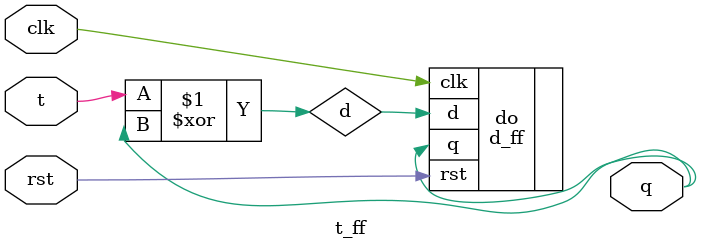
<source format=v>
module t_ff(q, t, clk, rst);
	output q;
	input t, clk, rst;
	wire d;
	//not(d,q); for uncontrolled t fliflop
	xor x(d, t, q);
	d_ff do(.q(q), .d(d), .rst(rst), .clk(clk)); //.d(d) .d() outside the parenthesis is d defined in this module while (d) is from dff
endmodule

</source>
